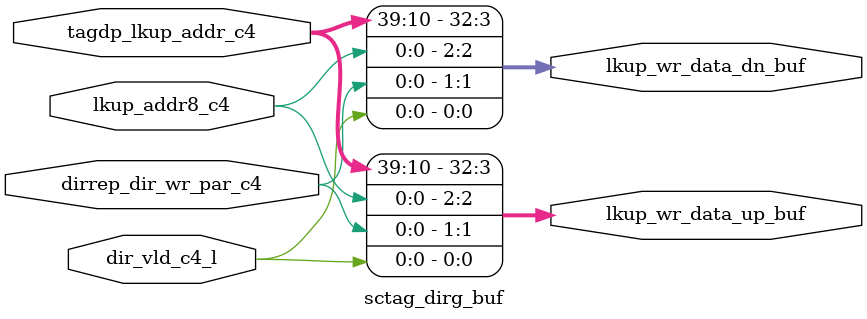
<source format=v>
module sctag_dirg_buf(/*AUTOARG*/
   // Outputs
   lkup_wr_data_up_buf, lkup_wr_data_dn_buf, 
   // Inputs
   dirrep_dir_wr_par_c4, dir_vld_c4_l, lkup_addr8_c4, 
   tagdp_lkup_addr_c4
   );


input		dirrep_dir_wr_par_c4; // Right
input		dir_vld_c4_l; // Right
input		lkup_addr8_c4; // Right
input	[39:10]	tagdp_lkup_addr_c4; // Right Make sure that the pin order
				    // is same as in the driving block tagdp.

output	[32:0]	lkup_wr_data_up_buf;	// Top Msb to the left
output	[32:0]	lkup_wr_data_dn_buf;    // Bottom Msb to the left


// buffer should take 40-50 ps Max

assign	lkup_wr_data_up_buf = { tagdp_lkup_addr_c4, lkup_addr8_c4, dirrep_dir_wr_par_c4, dir_vld_c4_l };

assign	lkup_wr_data_dn_buf = { tagdp_lkup_addr_c4 , lkup_addr8_c4, dirrep_dir_wr_par_c4, dir_vld_c4_l }; 


endmodule

</source>
